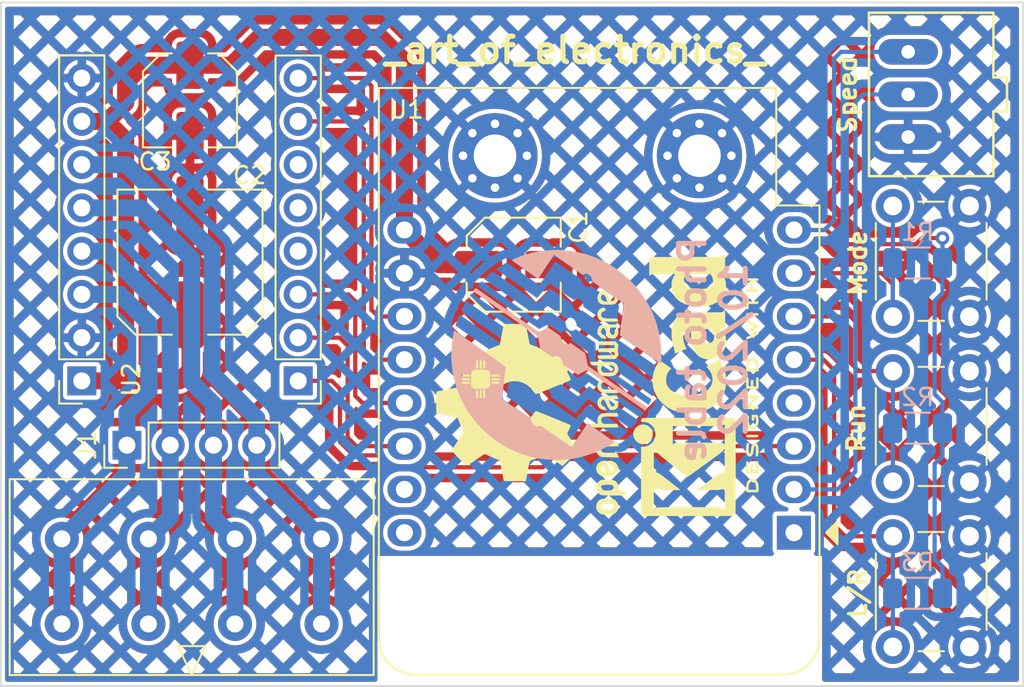
<source format=kicad_pcb>
(kicad_pcb (version 20211014) (generator pcbnew)
  (layers (0 "F.Cu" signal) (31 "B.Cu" signal) (34 "B.Paste" user) (35 "F.Paste" user) (36 "B.SilkS" user "B.Silkscreen") (37 "F.SilkS" user "F.Silkscreen") (38 "B.Mask" user) (39 "F.Mask" user) (44 "Edge.Cuts" user))
  (net 0 "")
  (net 1 "+5V")
  (net 2 "GND")
  (net 3 "2B")
  (net 4 "2A")
  (net 5 "1A")
  (net 6 "DIR")
  (net 7 "PWM")
  (net 11 "MS2")
  (net 12 "MS1")
  (net 13 "EN")
  (net 14 "1B")
  (net 19 "A0")
  (net 20 "+3V3")
  (net 21 "SW3")
  (net 22 "SW2")
  (net 23 "SW1")
  (footprint "MountingHole:MountingHole_2.5mm_Pad_Via" (layer "F.Cu") (at 108 84.2)
    (fp_text reference "H2" hide)
    (fp_text value "M2,5")
  )
  (footprint "Button_Switch_THT:SW_PUSH_6mm" (layer "F.Cu") (at 131.35 103.35 90)
    (fp_text reference "SW2" hide)
    (fp_text value "SW_SPST")
  )
  (footprint "Capacitor_SMD:C_Elec_5x5.4" (layer "F.Cu") (at 109.1 90.6)
    (fp_text reference "C1")
    (fp_text value "33u/10V")
  )
  (footprint "Potentiometer_THT:POT9x11" (layer "F.Cu") (at 132.25 80.6 -90)
    (fp_text reference "RV1" hide)
    (fp_text value "10k")
  )
  (footprint "Capacitor_SMD:C_Elec_8x6.2" (layer "F.Cu") (at 90.1 90.45 90)
    (fp_text reference "C2")
    (fp_text value "100u/10V")
  )
  (footprint "Capacitor_SMD:C_Elec_5x5.4" (layer "F.Cu") (at 90.1 80.95 -90)
    (fp_text reference "C3")
    (fp_text value "33u/10V")
  )
  (footprint "Connector:TLZ24V-5.0-4" (layer "F.Cu") (at 90.2 109.2)
    (fp_text reference "J2" hide)
    (fp_text value "MOTOR")
  )
  (footprint "Connector_PinHeader_2.54mm:PinHeader_1x04_P2.54mm_Vertical" (layer "F.Cu") (at 86.4 101.2 90)
    (fp_text reference "J1")
    (fp_text value "MOTOR")
  )
  (footprint "Symbol:OSHW-Logo2_14.6x12mm_SilkScreen" (layer "F.Cu") (at 110.1 98.7 90)
    (fp_text reference "REF**" hide)
    (fp_text value "OSHW-Logo2_14.6x12mm_SilkScreen" hide)
  )
  (footprint "Module:WEMOS_D1_mini_light" (layer "F.Cu") (at 125.545 106.34 180)
    (fp_text reference "U1")
    (fp_text value "WeMos_D1_mini")
  )
  (footprint "Symbol:KiCad-Logo2_6mm_SilkScreen" (layer "F.Cu") (at 119.1 97.7 90)
    (fp_text reference "REF**" hide)
    (fp_text value "KiCad-Logo2_6mm_SilkScreen" hide)
  )
  (footprint "Module:TMC2209_THT" (layer "F.Cu") (at 90.1 88.515 180)
    (fp_text reference "U2")
    (fp_text value "TMC2209_BTT")
  )
  (footprint "MountingHole:MountingHole_2.5mm_Pad_Via" (layer "F.Cu") (at 120 84.2)
    (fp_text reference "H1" hide)
    (fp_text value "M2,5")
  )
  (footprint "Button_Switch_THT:SW_PUSH_6mm" (layer "F.Cu") (at 131.35 113.05 90)
    (fp_text reference "SW3" hide)
    (fp_text value "SW_SPST")
  )
  (footprint "Button_Switch_THT:SW_PUSH_6mm" (layer "F.Cu") (at 131.35 93.65 90)
    (fp_text reference "SW1" hide)
    (fp_text value "SW_SPST")
  )
  (footprint "Resistor_SMD:R_1206_3216Metric" (layer "B.Cu") (at 132.8 109.9 180)
    (fp_text reference "R3")
    (fp_text value "10k")
  )
  (footprint "Resistor_SMD:R_1206_3216Metric" (layer "B.Cu") (at 132.8 100.2 180)
    (fp_text reference "R2")
    (fp_text value "10k")
  )
  (footprint "Resistor_SMD:R_1206_3216Metric" (layer "B.Cu") (at 132.8 90.5 180)
    (fp_text reference "R1")
    (fp_text value "10k")
  )
  (footprint "logo:logo12mm" (layer "B.Cu") (at 111.6 95.9 -90)
    (fp_text reference "G***" hide)
    (fp_text value "LOGO" hide)
  )
  (gr_line (start 139 115.35) (end 79 115.35) (layer "Edge.Cuts") (width 0.1))
  (gr_line (start 139 75.2) (end 139 115.35) (layer "Edge.Cuts") (width 0.1))
  (gr_line (start 79 75.2) (end 79 115.35) (layer "Edge.Cuts") (width 0.1))
  (gr_line (start 79 75.2) (end 139 75.2) (layer "Edge.Cuts") (width 0.1))
  (gr_text "Photo table\n10/2022" (at 120.8 95.6 90) (layer "B.SilkS") (effects (font (size 1.5 1.5) (thickness 0.3)) (justify mirror)))
  (gr_text "Run" (at 129.2 100.2 90) (layer "F.SilkS") (effects (font (size 1 1) (thickness 0.2))))
  (gr_text "_art_of_electronics_" (at 112.7 78) (layer "F.SilkS") (effects (font (size 1.5 1.5) (thickness 0.3))))
  (gr_text "Mode" (at 129.3 90.5 90) (layer "F.SilkS") (effects (font (size 1 1) (thickness 0.2))))
  (gr_text "L/R" (at 129.3 109.9 90) (layer "F.SilkS") (effects (font (size 1 1) (thickness 0.2))))
  (gr_text "Speed" (at 128.7 80.6 90) (layer "F.SilkS") (effects (font (size 1 1) (thickness 0.2))))
  (segment (start 85.235 82.185) (end 83.75 82.185) (width 1) (layer "F.Cu") (net 1))
  (segment (start 92.5125 78.8875) (end 90.1 78.8875) (width 1) (layer "F.Cu") (net 1))
  (segment (start 102.685 88.56) (end 102.685 78.635) (width 1) (layer "F.Cu") (net 1))
  (segment (start 86.325 80.375) (end 86.325 81.095) (width 1) (layer "F.Cu") (net 1))
  (segment (start 89.475 97.425) (end 86.325 97.425) (width 1) (layer "F.Cu") (net 1))
  (segment (start 87.3625 78.8875) (end 90.1 78.8875) (width 1) (layer "F.Cu") (net 1))
  (segment (start 86.325 97.425) (end 86.325 83.275) (width 1) (layer "F.Cu") (net 1))
  (segment (start 102.685 78.635) (end 101.3 77.25) (width 1) (layer "F.Cu") (net 1))
  (segment (start 94.15 77.25) (end 92.5125 78.8875) (width 1) (layer "F.Cu") (net 1))
  (segment (start 104.725 90.6) (end 107.0375 90.6) (width 1) (layer "F.Cu") (net 1))
  (segment (start 86.325 81.095) (end 85.235 82.185) (width 1) (layer "F.Cu") (net 1))
  (segment (start 86.325 79.925) (end 87.3625 78.8875) (width 1) (layer "F.Cu") (net 1))
  (segment (start 102.685 88.56) (end 104.725 90.6) (width 1) (layer "F.Cu") (net 1))
  (segment (start 90.1 93.5375) (end 90.1 96.8) (width 1) (layer "F.Cu") (net 1))
  (segment (start 101.3 77.25) (end 94.15 77.25) (width 1) (layer "F.Cu") (net 1))
  (segment (start 90.1 96.8) (end 89.475 97.425) (width 1) (layer "F.Cu") (net 1))
  (segment (start 86.325 97.425) (end 83.75 97.425) (width 1) (layer "F.Cu") (net 1))
  (segment (start 86.325 80.375) (end 86.325 79.925) (width 1) (layer "F.Cu") (net 1))
  (segment (start 86.325 83.275) (end 85.235 82.185) (width 1) (layer "F.Cu") (net 1))
  (segment (start 103.0575 90.89) (end 103.06 90.8925) (width 0.25) (layer "B.Cu") (net 2))
  (segment (start 87.7 98) (end 87.7 94.05) (width 1) (layer "B.Cu") (net 3))
  (segment (start 86.4 101.2) (end 86.4 99.3) (width 1) (layer "B.Cu") (net 3))
  (segment (start 82.58 111.7) (end 82.58 106.7) (width 1) (layer "B.Cu") (net 3))
  (segment (start 86.4 102.88) (end 82.58 106.7) (width 1) (layer "B.Cu") (net 3))
  (segment (start 86.4 101.2) (end 86.4 102.88) (width 1) (layer "B.Cu") (net 3))
  (segment (start 83.75 92.345) (end 85.995 92.345) (width 1) (layer "B.Cu") (net 3))
  (segment (start 85.995 92.345) (end 87.7 94.05) (width 1) (layer "B.Cu") (net 3))
  (segment (start 86.4 99.3) (end 87.7 98) (width 1) (layer "B.Cu") (net 3))
  (segment (start 86.375 84.725) (end 91.4 89.75) (width 1) (layer "B.Cu") (net 4))
  (segment (start 94.02 101.2) (end 94.02 102.9) (width 1) (layer "B.Cu") (net 4))
  (segment (start 83.75 84.725) (end 86.375 84.725) (width 1) (layer "B.Cu") (net 4))
  (segment (start 91.4 89.75) (end 91.4 97) (width 1) (layer "B.Cu") (net 4))
  (segment (start 91.4 97) (end 94.02 99.62) (width 1) (layer "B.Cu") (net 4))
  (segment (start 94.02 99.62) (end 94.02 101.2) (width 1) (layer "B.Cu") (net 4))
  (segment (start 94.02 102.9) (end 97.82 106.7) (width 1) (layer "B.Cu") (net 4))
  (segment (start 97.82 106.7) (end 97.82 111.7) (width 1) (layer "B.Cu") (net 4))
  (segment (start 91.48 105.44) (end 92.74 106.7) (width 1) (layer "B.Cu") (net 5))
  (segment (start 91.48 101.2) (end 91.48 105.44) (width 1) (layer "B.Cu") (net 5))
  (segment (start 87.215 87.265) (end 83.75 87.265) (width 1) (layer "B.Cu") (net 5))
  (segment (start 90.2 90.25) (end 87.215 87.265) (width 1) (layer "B.Cu") (net 5))
  (segment (start 91.48 101.2) (end 91.48 98.78) (width 1) (layer "B.Cu") (net 5))
  (segment (start 90.2 97.5) (end 90.2 90.25) (width 1) (layer "B.Cu") (net 5))
  (segment (start 91.48 98.78) (end 90.2 97.5) (width 1) (layer "B.Cu") (net 5))
  (segment (start 92.74 111.7) (end 92.74 106.7) (width 1) (layer "B.Cu") (net 5))
  (segment (start 102.685 93.64) (end 101.14 93.64) (width 0.25) (layer "F.Cu") (net 6))
  (segment (start 100.295 79.645) (end 96.45 79.645) (width 0.25) (layer "F.Cu") (net 6))
  (segment (start 100.75 93.25) (end 100.75 80.1) (width 0.25) (layer "F.Cu") (net 6))
  (segment (start 101.14 93.64) (end 100.75 93.25) (width 0.25) (layer "F.Cu") (net 6))
  (segment (start 100.75 80.1) (end 100.295 79.645) (width 0.25) (layer "F.Cu") (net 6))
  (segment (start 99.835 82.185) (end 96.45 82.185) (width 0.25) (layer "F.Cu") (net 7))
  (segment (start 100.3 82.65) (end 99.835 82.185) (width 0.25) (layer "F.Cu") (net 7))
  (segment (start 100.78 96.18) (end 100.3 95.7) (width 0.25) (layer "F.Cu") (net 7))
  (segment (start 100.3 95.7) (end 100.3 82.65) (width 0.25) (layer "F.Cu") (net 7))
  (segment (start 102.685 96.18) (end 100.78 96.18) (width 0.25) (layer "F.Cu") (net 7))
  (segment (start 100.22 98.72) (end 99.8 98.3) (width 0.25) (layer "F.Cu") (net 11))
  (segment (start 102.685 98.72) (end 100.22 98.72) (width 0.25) (layer "F.Cu") (net 11))
  (segment (start 99.8 92.75) (end 99.395 92.345) (width 0.25) (layer "F.Cu") (net 11))
  (segment (start 99.8 98.3) (end 99.8 92.75) (width 0.25) (layer "F.Cu") (net 11))
  (segment (start 99.395 92.345) (end 96.45 92.345) (width 0.25) (layer "F.Cu") (net 11))
  (segment (start 102.685 101.26) (end 99.86 101.26) (width 0.25) (layer "F.Cu") (net 12))
  (segment (start 99.35 100.75) (end 99.35 95.35) (width 0.25) (layer "F.Cu") (net 12))
  (segment (start 98.885 94.885) (end 96.45 94.885) (width 0.25) (layer "F.Cu") (net 12))
  (segment (start 99.35 95.35) (end 98.885 94.885) (width 0.25) (layer "F.Cu") (net 12))
  (segment (start 99.86 101.26) (end 99.35 100.75) (width 0.25) (layer "F.Cu") (net 12))
  (segment (start 98.9 97.9) (end 98.9 101) (width 0.25) (layer "F.Cu") (net 13))
  (segment (start 98.425 97.425) (end 98.9 97.9) (width 0.25) (layer "F.Cu") (net 13))
  (segment (start 101.3 101.8) (end 102 102.5) (width 0.25) (layer "F.Cu") (net 13))
  (segment (start 96.45 97.425) (end 98.425 97.425) (width 0.25) (layer "F.Cu") (net 13))
  (segment (start 102 102.5) (end 110.8 102.5) (width 0.25) (layer "F.Cu") (net 13))
  (segment (start 110.8 102.5) (end 112.04 101.26) (width 0.25) (layer "F.Cu") (net 13))
  (segment (start 98.9 101) (end 99.7 101.8) (width 0.25) (layer "F.Cu") (net 13))
  (segment (start 99.7 101.8) (end 101.3 101.8) (width 0.25) (layer "F.Cu") (net 13))
  (segment (start 112.04 101.26) (end 125.545 101.26) (width 0.25) (layer "F.Cu") (net 13))
  (segment (start 85.185 89.805) (end 88.94 93.56) (width 1) (layer "B.Cu") (net 14))
  (segment (start 88.94 105.42) (end 87.66 106.7) (width 1) (layer "B.Cu") (net 14))
  (segment (start 83.75 89.805) (end 85.185 89.805) (width 1) (layer "B.Cu") (net 14))
  (segment (start 87.66 111.7) (end 87.66 106.7) (width 1) (layer "B.Cu") (net 14))
  (segment (start 88.94 101.2) (end 88.94 93.56) (width 1) (layer "B.Cu") (net 14))
  (segment (start 88.94 101.2) (end 88.94 105.42) (width 1) (layer "B.Cu") (net 14))
  (segment (start 132.25 80.6) (end 129.6 80.6) (width 0.25) (layer "B.Cu") (net 19))
  (segment (start 129.15 102.75) (end 128.1 103.8) (width 0.25) (layer "B.Cu") (net 19))
  (segment (start 129.15 81.05) (end 129.15 102.75) (width 0.25) (layer "B.Cu") (net 19))
  (segment (start 128.1 103.8) (end 125.545 103.8) (width 0.25) (layer "B.Cu") (net 19))
  (segment (start 129.6 80.6) (end 129.15 81.05) (width 0.25) (layer "B.Cu") (net 19))
  (segment (start 134.2625 89.0375) (end 133.0625 89.0375) (width 0.25) (layer "F.Cu") (net 20))
  (segment (start 132.7 89.4) (end 128.3 89.4) (width 0.25) (layer "F.Cu") (net 20))
  (segment (start 128.3 89.4) (end 127.46 88.56) (width 0.25) (layer "F.Cu") (net 20))
  (segment (start 133.0625 89.0375) (end 132.7 89.4) (width 0.25) (layer "F.Cu") (net 20))
  (segment (start 127.46 88.56) (end 125.545 88.56) (width 0.25) (layer "F.Cu") (net 20))
  (via (at 134.2625 89.0375) (size 0.8) (drill 0.4) (layers "F.Cu" "B.Cu") (net 20))
  (segment (start 134.2625 101.8375) (end 133.8 102.3) (width 0.25) (layer "B.Cu") (net 20))
  (segment (start 134.2625 100.2) (end 134.2625 101.8375) (width 0.25) (layer "B.Cu") (net 20))
  (segment (start 134.2625 109.9) (end 134.2625 108.3625) (width 0.25) (layer "B.Cu") (net 20))
  (segment (start 125.545 88.56) (end 127.34 88.56) (width 0.25) (layer "B.Cu") (net 20))
  (segment (start 133.8 98.2) (end 133.8 97.9) (width 0.25) (layer "B.Cu") (net 20))
  (segment (start 127.9 78.5) (end 128.3 78.1) (width 0.25) (layer "B.Cu") (net 20))
  (segment (start 134.2625 90.5) (end 134.2625 89.0375) (width 0.25) (layer "B.Cu") (net 20))
  (segment (start 128.3 78.1) (end 132.25 78.1) (width 0.25) (layer "B.Cu") (net 20))
  (segment (start 134.2625 90.5) (end 134.2625 92.2625) (width 0.25) (layer "B.Cu") (net 20))
  (segment (start 133.8 97.9) (end 133.8 92.725) (width 0.25) (layer "B.Cu") (net 20))
  (segment (start 134.2625 98.6625) (end 133.8 98.2) (width 0.25) (layer "B.Cu") (net 20))
  (segment (start 134.2625 108.3625) (end 133.8 107.9) (width 0.25) (layer "B.Cu") (net 20))
  (segment (start 134.2625 100.2) (end 134.2625 98.6625) (width 0.25) (layer "B.Cu") (net 20))
  (segment (start 127.9 88) (end 127.9 78.5) (width 0.25) (layer "B.Cu") (net 20))
  (segment (start 127.34 88.56) (end 127.9 88) (width 0.25) (layer "B.Cu") (net 20))
  (segment (start 133.8 92.725) (end 134.2625 92.2625) (width 0.25) (layer "B.Cu") (net 20))
  (segment (start 133.8 107.9) (end 133.8 102.3) (width 0.25) (layer "B.Cu") (net 20))
  (segment (start 131.35 91.75) (end 131.35 93.65) (width 0.25) (layer "F.Cu") (net 21))
  (segment (start 130.7 91.1) (end 131.35 91.75) (width 0.25) (layer "F.Cu") (net 21))
  (segment (start 125.545 91.1) (end 130.7 91.1) (width 0.25) (layer "F.Cu") (net 21))
  (segment (start 131.35 93.65) (end 131.35 87.15) (width 0.25) (layer "B.Cu") (net 21))
  (segment (start 129.35 96.85) (end 128.9 96.4) (width 0.25) (layer "F.Cu") (net 22))
  (segment (start 125.545 93.64) (end 128.14 93.64) (width 0.25) (layer "F.Cu") (net 22))
  (segment (start 128.14 93.64) (end 128.9 94.4) (width 0.25) (layer "F.Cu") (net 22))
  (segment (start 131.35 96.85) (end 129.35 96.85) (width 0.25) (layer "F.Cu") (net 22))
  (segment (start 128.9 96.4) (end 128.9 94.4) (width 0.25) (layer "F.Cu") (net 22))
  (segment (start 131.35 103.35) (end 131.35 96.85) (width 0.25) (layer "B.Cu") (net 22))
  (segment (start 127.28 96.18) (end 127.9 96.8) (width 0.25) (layer "F.Cu") (net 23))
  (segment (start 127.9 105.9) (end 128.55 106.55) (width 0.25) (layer "F.Cu") (net 23))
  (segment (start 128.55 106.55) (end 131.35 106.55) (width 0.25) (layer "F.Cu") (net 23))
  (segment (start 125.545 96.18) (end 127.28 96.18) (width 0.25) (layer "F.Cu") (net 23))
  (segment (start 127.9 96.8) (end 127.9 105.9) (width 0.25) (layer "F.Cu") (net 23))
  (segment (start 131.35 113.05) (end 131.35 106.55) (width 0.25) (layer "B.Cu") (net 23))
  (zone (net 0) (net_name "") (layers F&B.Cu) (connect_pads (clearance 0)) (min_thickness 0.254)
    (keepout (tracks not_allowed) (vias not_allowed) (pads not_allowed) (copperpour not_allowed) (footprints allowed))
    (fill (thermal_gap 0.508) (thermal_bridge_width 0.508))
    (polygon (pts (xy 127.2 115.4) (xy 101.1 115.4) (xy 101.1 107.7) (xy 127.2 107.7)))
  )
  (zone (net 2) (net_name "GND") (layers F&B.Cu) (connect_pads (clearance 0.254)) (min_thickness 0.254) (fill yes (mode hatch) (thermal_gap 0.254) (thermal_bridge_width 0.508) (hatch_thickness 0.5) (hatch_gap 1) (hatch_orientation 45) (hatch_border_algorithm hatch_thickness) (hatch_min_hole_area 0.3))
    (polygon (pts (xy 139 115.35) (xy 79 115.35) (xy 79 75.2) (xy 139 75.2)))
  )
)
</source>
